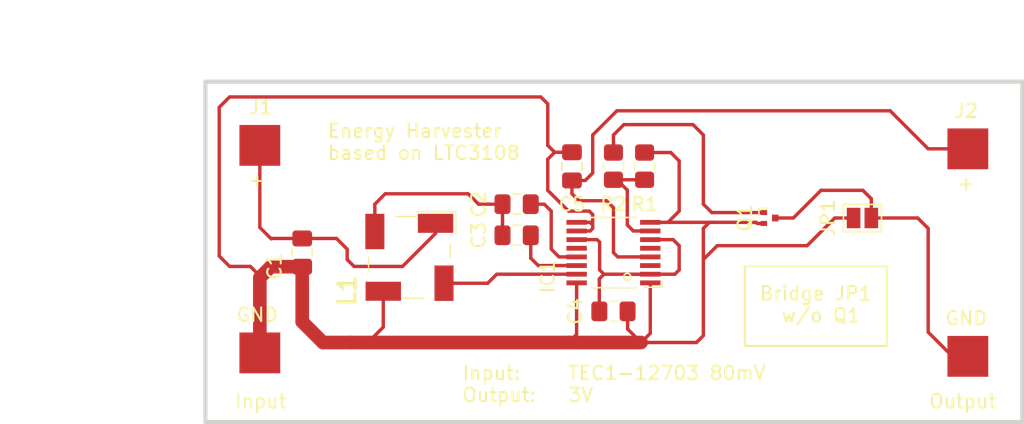
<source format=kicad_pcb>
(kicad_pcb (version 20210824) (generator pcbnew)
  (layers (0 "F.Cu" signal) (31 "B.Cu" signal) (34 "B.Paste" user) (35 "F.Paste" user) (36 "B.SilkS" user "B.Silkscreen") (37 "F.SilkS" user "F.Silkscreen") (38 "B.Mask" user) (39 "F.Mask" user) (44 "Edge.Cuts" user))
  (net 0 "")
  (net 1 "Net-(C1-Pad1)")
  (net 2 "GND")
  (net 3 "/C1")
  (net 4 "/C2")
  (net 5 "/VAUX")
  (net 8 "/PGD")
  (net 10 "/SW")
  (net 11 "Net-(J2-Pad2)")
  (net 12 "Net-(Q1-Pad1)")
  (net 13 "/VOUT")
  (net 14 "Net-(C2-Pad1)")
  (footprint "Capacitor_SMD:C_0805_2012Metric_Pad1.18x1.45mm_HandSolder" (layer "F.Cu") (at 120.904 82.82 90)
    (fp_text reference "C5" (at -2.794 0) (layer "F.SilkS"))
    (fp_text value "5u" hide)
    (fp_line (start -0.261252 0.735) (end 0.261252 0.735) (layer "F.SilkS") (width 0.12))
    (fp_line (start -0.261252 -0.735) (end 0.261252 -0.735) (layer "F.SilkS") (width 0.12))
    (pad "1" smd roundrect locked (at -1.0375 0 90) (size 1.175 1.45) (layers "F.Cu" "F.Paste" "F.Mask") (roundrect_rratio 0.2127659574) (net 13 "/VOUT"))
    (pad "2" smd roundrect locked (at 1.0375 0 90) (size 1.175 1.45) (layers "F.Cu" "F.Paste" "F.Mask") (roundrect_rratio 0.2127659574) (net 2 "GND"))
  )
  (footprint "Capacitor_SMD:C_0805_2012Metric_Pad1.18x1.45mm_HandSolder" (layer "F.Cu") (at 116.84 85.598)
    (fp_text reference "C2" (at -2.794 0 90) (layer "F.SilkS"))
    (fp_text value "1n" hide)
    (fp_line (start -0.261252 -0.735) (end 0.261252 -0.735) (layer "F.SilkS") (width 0.12))
    (fp_line (start -0.261252 0.735) (end 0.261252 0.735) (layer "F.SilkS") (width 0.12))
    (pad "1" smd roundrect locked (at -1.0375 0) (size 1.175 1.45) (layers "F.Cu" "F.Paste" "F.Mask") (roundrect_rratio 0.2127659574) (net 14 "Net-(C2-Pad1)"))
    (pad "2" smd roundrect locked (at 1.0375 0) (size 1.175 1.45) (layers "F.Cu" "F.Paste" "F.Mask") (roundrect_rratio 0.2127659574) (net 3 "/C1"))
  )
  (footprint "Connector_Pad:2-pad" (layer "F.Cu") (at 97.98 88.9 90)
    (fp_text reference "J1" (at 10.414 0.064 unlocked) (layer "F.SilkS"))
    (fp_text value "Conn_01x02_Female" hide)
    (pad "1" smd rect locked (at -7.62 0) (size 3 3) (layers "F.Cu" "F.Paste" "F.Mask") (net 2 "GND"))
    (pad "2" smd rect locked (at 7.62 0 180) (size 3 3) (layers "F.Cu" "F.Paste" "F.Mask") (net 1 "Net-(C1-Pad1)"))
  )
  (footprint "Jumper:SolderJumper-2_P1.3mm_Open_Pad1.0x1.5mm" (layer "F.Cu") (at 142.24 86.614 180)
    (fp_text reference "JP1" (at 2.54 0 90) (layer "F.SilkS"))
    (fp_text value "Jumper_2_Bridged" hide)
    (fp_line (start -1.4 -1) (end 1.4 -1) (layer "F.SilkS") (width 0.12))
    (fp_line (start -1.4 1) (end -1.4 -1) (layer "F.SilkS") (width 0.12))
    (fp_line (start 1.4 1) (end -1.4 1) (layer "F.SilkS") (width 0.12))
    (fp_line (start 1.4 -1) (end 1.4 1) (layer "F.SilkS") (width 0.12))
    (pad "1" smd rect locked (at -0.65 0 180) (size 1 1.5) (layers "F.Cu" "F.Mask") (net 11 "Net-(J2-Pad2)"))
    (pad "2" smd rect locked (at 0.65 0 180) (size 1 1.5) (layers "F.Cu" "F.Mask") (net 2 "GND"))
  )
  (footprint "RUM002N02:SOTFL40P120X55-3N" (layer "F.Cu") (at 135.636 86.614)
    (fp_text reference "Q1" (at -2.032 0 270) (layer "F.SilkS"))
    (fp_text value "RUM002N02T2L" hide)
    (fp_line (start -1 -0.3) (end -1 -0.2) (layer "F.SilkS") (width 0.12))
    (fp_line (start -1 -0.7) (end -0.875 -0.7) (layer "F.SilkS") (width 0.12))
    (fp_line (start -1 -0.7) (end -1 -0.2) (layer "F.SilkS") (width 0.12))
    (fp_line (start -0.875 -0.7) (end -0.4 -0.7) (layer "F.SilkS") (width 0.12))
    (pad "1" smd rect (at -0.638 -0.4) (size 0.475 0.37) (layers "F.Cu" "F.Paste" "F.Mask") (net 12 "Net-(Q1-Pad1)"))
    (pad "2" smd rect (at -0.638 0.4) (size 0.475 0.37) (layers "F.Cu" "F.Paste" "F.Mask") (net 2 "GND"))
    (pad "3" smd rect (at 0.2 0) (size 0.475 0.5) (layers "F.Cu" "F.Paste" "F.Mask") (net 11 "Net-(J2-Pad2)"))
  )
  (footprint "LTC3108:LTC3108EGN-1-PBF" (layer "F.Cu") (at 123.952 89.154 180)
    (fp_text reference "IC1" (at 4.826 -1.778 90) (layer "F.SilkS"))
    (fp_text value "LTC3108EGN-1-PBF" hide)
    (fp_line (start -1.674547 2.5781) (end 1.674547 2.5781) (layer "F.SilkS") (width 0.12))
    (fp_line (start 1.674547 -2.5781) (end -1.674547 -2.5781) (layer "F.SilkS") (width 0.12))
    (fp_line (start -3.556 -2.54) (end -2.286 -2.54) (layer "F.SilkS") (width 0.12))
    (fp_line (start -3.556 -2.54) (end -3.556 -2.286) (layer "F.SilkS") (width 0.12))
    (fp_line (start -3.556 -2.286) (end -3.556 -2.032) (layer "F.SilkS") (width 0.12))
    (fp_circle (center -1.016 -1.778) (end -0.762 -1.778) (layer "F.SilkS") (width 0.12) (fill none))
    (pad "1" smd rect locked (at -2.7051 -2.2225 180) (size 1.4986 0.3556) (layers "F.Cu" "F.Paste" "F.Mask") (net 2 "GND"))
    (pad "2" smd rect locked (at -2.7051 -1.5875 180) (size 1.4986 0.3556) (layers "F.Cu" "F.Paste" "F.Mask") (net 5 "/VAUX"))
    (pad "3" smd rect locked (at -2.7051 -0.9525 180) (size 1.4986 0.3556) (layers "F.Cu" "F.Paste" "F.Mask"))
    (pad "4" smd rect locked (at -2.7051 -0.3175 180) (size 1.4986 0.3556) (layers "F.Cu" "F.Paste" "F.Mask") (net 13 "/VOUT"))
    (pad "5" smd rect locked (at -2.7051 0.3175 180) (size 1.4986 0.3556) (layers "F.Cu" "F.Paste" "F.Mask"))
    (pad "6" smd rect locked (at -2.7051 0.9525 180) (size 1.4986 0.3556) (layers "F.Cu" "F.Paste" "F.Mask") (net 5 "/VAUX"))
    (pad "7" smd rect locked (at -2.7051 1.5875 180) (size 1.4986 0.3556) (layers "F.Cu" "F.Paste" "F.Mask") (net 8 "/PGD"))
    (pad "8" smd rect locked (at -2.7051 2.2225 180) (size 1.4986 0.3556) (layers "F.Cu" "F.Paste" "F.Mask") (net 2 "GND"))
    (pad "9" smd rect locked (at 2.7051 2.2225 180) (size 1.4986 0.3556) (layers "F.Cu" "F.Paste" "F.Mask") (net 2 "GND"))
    (pad "10" smd rect locked (at 2.7051 1.5875 180) (size 1.4986 0.3556) (layers "F.Cu" "F.Paste" "F.Mask") (net 2 "GND"))
    (pad "11" smd rect locked (at 2.7051 0.9525 180) (size 1.4986 0.3556) (layers "F.Cu" "F.Paste" "F.Mask") (net 5 "/VAUX"))
    (pad "12" smd rect locked (at 2.7051 0.3175 180) (size 1.4986 0.3556) (layers "F.Cu" "F.Paste" "F.Mask"))
    (pad "13" smd rect locked (at 2.7051 -0.3175 180) (size 1.4986 0.3556) (layers "F.Cu" "F.Paste" "F.Mask") (net 3 "/C1"))
    (pad "14" smd rect locked (at 2.7051 -0.9525 180) (size 1.4986 0.3556) (layers "F.Cu" "F.Paste" "F.Mask") (net 4 "/C2"))
    (pad "15" smd rect locked (at 2.7051 -1.5875 180) (size 1.4986 0.3556) (layers "F.Cu" "F.Paste" "F.Mask") (net 10 "/SW"))
    (pad "16" smd rect locked (at 2.7051 -2.2225 180) (size 1.4986 0.3556) (layers "F.Cu" "F.Paste" "F.Mask") (net 2 "GND"))
  )
  (footprint "Resistor_SMD:R_0805_2012Metric_Pad1.20x1.40mm_HandSolder" (layer "F.Cu") (at 126.238 82.804 90)
    (fp_text reference "R1" (at -2.794 0) (layer "F.SilkS"))
    (fp_text value "1M" hide)
    (fp_line (start -0.227064 -0.735) (end 0.227064 -0.735) (layer "F.SilkS") (width 0.12))
    (fp_line (start -0.227064 0.735) (end 0.227064 0.735) (layer "F.SilkS") (width 0.12))
    (pad "1" smd roundrect locked (at -1 0 90) (size 1.2 1.4) (layers "F.Cu" "F.Paste" "F.Mask") (roundrect_rratio 0.2083333333) (net 8 "/PGD"))
    (pad "2" smd roundrect locked (at 1 0 90) (size 1.2 1.4) (layers "F.Cu" "F.Paste" "F.Mask") (roundrect_rratio 0.2083333333) (net 2 "GND"))
  )
  (footprint "Resistor_SMD:R_0805_2012Metric_Pad1.20x1.40mm_HandSolder" (layer "F.Cu") (at 123.952 82.804 90)
    (fp_text reference "R2" (at -2.794 0) (layer "F.SilkS"))
    (fp_text value "100" hide)
    (fp_line (start -0.227064 -0.735) (end 0.227064 -0.735) (layer "F.SilkS") (width 0.12))
    (fp_line (start -0.227064 0.735) (end 0.227064 0.735) (layer "F.SilkS") (width 0.12))
    (pad "1" smd roundrect locked (at -1 0 90) (size 1.2 1.4) (layers "F.Cu" "F.Paste" "F.Mask") (roundrect_rratio 0.2083333333) (net 8 "/PGD"))
    (pad "2" smd roundrect locked (at 1 0 90) (size 1.2 1.4) (layers "F.Cu" "F.Paste" "F.Mask") (roundrect_rratio 0.2083333333) (net 12 "Net-(Q1-Pad1)"))
  )
  (footprint "Capacitor_SMD:C_0805_2012Metric_Pad1.18x1.45mm_HandSolder" (layer "F.Cu") (at 116.84 87.884)
    (fp_text reference "C3" (at -2.794 0 90) (layer "F.SilkS"))
    (fp_text value "990p" hide)
    (fp_line (start -0.261252 0.735) (end 0.261252 0.735) (layer "F.SilkS") (width 0.12))
    (fp_line (start -0.261252 -0.735) (end 0.261252 -0.735) (layer "F.SilkS") (width 0.12))
    (pad "1" smd roundrect locked (at -1.0375 0) (size 1.175 1.45) (layers "F.Cu" "F.Paste" "F.Mask") (roundrect_rratio 0.2127659574) (net 14 "Net-(C2-Pad1)"))
    (pad "2" smd roundrect locked (at 1.0375 0) (size 1.175 1.45) (layers "F.Cu" "F.Paste" "F.Mask") (roundrect_rratio 0.2127659574) (net 4 "/C2"))
  )
  (footprint "Capacitor_SMD:C_0805_2012Metric_Pad1.18x1.45mm_HandSolder" (layer "F.Cu") (at 123.952 93.472)
    (fp_text reference "C4" (at -2.794 0 90) (layer "F.SilkS"))
    (fp_text value "1u" hide)
    (fp_line (start -0.261252 -0.735) (end 0.261252 -0.735) (layer "F.SilkS") (width 0.12))
    (fp_line (start -0.261252 0.735) (end 0.261252 0.735) (layer "F.SilkS") (width 0.12))
    (pad "1" smd roundrect locked (at -1.0375 0) (size 1.175 1.45) (layers "F.Cu" "F.Paste" "F.Mask") (roundrect_rratio 0.2127659574) (net 5 "/VAUX"))
    (pad "2" smd roundrect locked (at 1.0375 0) (size 1.175 1.45) (layers "F.Cu" "F.Paste" "F.Mask") (roundrect_rratio 0.2127659574) (net 2 "GND"))
  )
  (footprint "Wuerth_74488540070:74488540070" (layer "F.Cu") (at 108.966 89.154 180)
    (fp_text reference "L1" (at 4.572 -2.794 90) (layer "F.SilkS") (effects (font (size 1.27 1.27) (thickness 0.254))))
    (fp_text value "74488540070" hide)
    (fp_line (start 3 -0.35) (end 3 -1.35) (layer "F.SilkS") (width 0.1))
    (fp_line (start -0.5 2.65) (end 1 2.65) (layer "F.SilkS") (width 0.1))
    (fp_line (start -3 0.65) (end -3 -0.35) (layer "F.SilkS") (width 0.1))
    (fp_line (start -1 -3.35) (end 0.5 -3.35) (layer "F.SilkS") (width 0.1))
    (fp_line (start -3.4 1.4) (end -3.4 3) (layer "F.SilkS") (width 0.12))
    (fp_line (start -3.4 3) (end -0.6 3) (layer "F.SilkS") (width 0.12))
    (pad "1" smd rect locked (at -1.92 2.15 270) (size 1.4 2.6) (layers "F.Cu" "F.Paste" "F.Mask") (net 1 "Net-(C1-Pad1)"))
    (pad "2" smd rect locked (at -2.54 -2.25 180) (size 1.4 2.6) (layers "F.Cu" "F.Paste" "F.Mask") (net 10 "/SW"))
    (pad "3" smd rect locked (at 1.92 -2.84 270) (size 1.4 2.6) (layers "F.Cu" "F.Paste" "F.Mask") (net 2 "GND"))
    (pad "4" smd rect locked (at 2.54 1.55 180) (size 1.4 2.6) (layers "F.Cu" "F.Paste" "F.Mask") (net 14 "Net-(C2-Pad1)"))
  )
  (footprint "Connector_Pad:2-pad" (layer "F.Cu") (at 149.98 89.154 -90)
    (fp_text reference "J2" (at -10.414 0.12 unlocked) (layer "F.SilkS"))
    (fp_text value "Conn_01x02_Female" hide)
    (pad "1" smd rect (at -7.62 0 270) (size 3 3) (layers "F.Cu" "F.Paste" "F.Mask") (net 13 "/VOUT"))
    (pad "2" smd rect (at 7.62 0 270) (size 3 3) (layers "F.Cu" "F.Paste" "F.Mask") (net 11 "Net-(J2-Pad2)"))
  )
  (footprint "Capacitor_SMD:C_0805_2012Metric_Pad1.18x1.45mm_HandSolder" (layer "F.Cu") (at 101.092 89.154 -90)
    (fp_text reference "C1" (at 1.016 2.032 -90) (layer "F.SilkS"))
    (fp_text value "10u" hide)
    (fp_line (start -0.261252 -0.735) (end 0.261252 -0.735) (layer "F.SilkS") (width 0.12))
    (fp_line (start -0.261252 0.735) (end 0.261252 0.735) (layer "F.SilkS") (width 0.12))
    (pad "1" smd roundrect locked (at -1.0375 0 270) (size 1.175 1.45) (layers "F.Cu" "F.Paste" "F.Mask") (roundrect_rratio 0.2127659574) (net 1 "Net-(C1-Pad1)"))
    (pad "2" smd roundrect locked (at 1.0375 0 270) (size 1.175 1.45) (layers "F.Cu" "F.Paste" "F.Mask") (roundrect_rratio 0.2127659574) (net 2 "GND"))
  )
  (gr_rect (start 133.604 90.17) (end 144.018 96.012) (layer "F.SilkS") (width 0.15) (fill none))
  (gr_line locked (start 153.98 101.6) (end 93.98 101.6) (layer "Edge.Cuts") (width 0.3))
  (gr_line locked (start 93.98 76.6) (end 153.98 76.6) (layer "Edge.Cuts") (width 0.3))
  (gr_line locked (start 153.98 76.6) (end 153.98 101.6) (layer "Edge.Cuts") (width 0.3))
  (gr_line locked (start 93.98 101.6) (end 93.98 76.6) (layer "Edge.Cuts") (width 0.3))
  (gr_text "Input: 	TEC1-12703 80mV\nOutput:	3V" (at 112.776 98.806) (layer "F.SilkS") (effects (font (size 1 1)) (justify left)))
  (gr_text "Bridge JP1 \nw/o Q1" (at 139.192 92.964) (layer "F.SilkS") (effects (font (size 1 1))))
  (gr_text "Output" (at 149.606 100.076) (layer "F.SilkS") (effects (font (size 1 1))))
  (gr_text "+" (at 149.86 84.074) (layer "F.SilkS") (effects (font (size 1 1))))
  (gr_text "+" (at 97.79 83.82) (layer "F.SilkS") (effects (font (size 1 1))))
  (gr_text "Energy Harvester \nbased on LTC3108" (at 102.87 81.026) (layer "F.SilkS") (effects (font (size 1 1)) (justify left)))
  (gr_text "GND" (at 149.86 93.98) (layer "F.SilkS") (effects (font (size 1 1))))
  (gr_text "Input" (at 98.044 100.076) (layer "F.SilkS") (effects (font (size 1 1))))
  (gr_text "GND" (at 97.79 93.726) (layer "F.SilkS") (effects (font (size 1 1))))
  (segment (start 101.092 88.1165) (end 103.6105 88.1165) (width 0.25) (layer "F.Cu") (net 1))
  (segment (start 98.806 88.138) (end 98.8275 88.1165) (width 0.25) (layer "F.Cu") (net 1))
  (segment (start 97.98 87.312) (end 98.806 88.138) (width 0.25) (layer "F.Cu") (net 1))
  (segment (start 103.6105 88.1165) (end 104.394 88.9) (width 0.25) (layer "F.Cu") (net 1))
  (segment (start 104.394 88.9) (end 104.394 89.662) (width 0.25) (layer "F.Cu") (net 1))
  (segment (start 98.8275 88.1165) (end 101.092 88.1165) (width 0.25) (layer "F.Cu") (net 1))
  (segment (start 110.886 87.742) (end 110.886 87.004) (width 0.25) (layer "F.Cu") (net 1))
  (segment (start 97.98 81.28) (end 97.98 87.312) (width 0.25) (layer "F.Cu") (net 1))
  (segment (start 108.458 90.17) (end 110.886 87.742) (width 0.25) (layer "F.Cu") (net 1))
  (segment (start 104.902 90.17) (end 108.458 90.17) (width 0.25) (layer "F.Cu") (net 1))
  (segment (start 104.394 89.662) (end 104.902 90.17) (width 0.25) (layer "F.Cu") (net 1))
  (segment (start 122.428 87.122) (end 122.428 87.376) (width 0.25) (layer "F.Cu") (net 2))
  (segment (start 134.4295 86.9315) (end 134.512 87.014) (width 0.25) (layer "F.Cu") (net 2))
  (segment (start 119.6395 81.7825) (end 120.904 81.7825) (width 0.25) (layer "F.Cu") (net 2))
  (segment (start 119.126 78.232) (end 118.618 77.724) (width 0.25) (layer "F.Cu") (net 2))
  (segment (start 107.046 94.63) (end 105.918 95.758) (width 0.25) (layer "F.Cu") (net 2))
  (segment (start 122.428 86.36) (end 122.174 86.106) (width 0.25) (layer "F.Cu") (net 2))
  (segment (start 95.758 77.724) (end 94.996 78.486) (width 0.25) (layer "F.Cu") (net 2))
  (segment (start 94.996 78.486) (end 94.996 89.408) (width 0.25) (layer "F.Cu") (net 2))
  (segment (start 130.556 89.662) (end 131.572 88.646) (width 0.25) (layer "F.Cu") (net 2))
  (segment (start 122.428 87.376) (end 122.2375 87.5665) (width 0.25) (layer "F.Cu") (net 2))
  (segment (start 130.048 95.758) (end 130.556 95.25) (width 0.25) (layer "F.Cu") (net 2))
  (segment (start 138.176 88.646) (end 140.208 86.614) (width 0.25) (layer "F.Cu") (net 2))
  (segment (start 102.616 95.758) (end 101.092 94.234) (width 1) (layer "F.Cu") (net 2))
  (segment (start 121.2469 91.3765) (end 121.2469 95.1611) (width 0.25) (layer "F.Cu") (net 2))
  (segment (start 125.984 95.758) (end 130.048 95.758) (width 0.25) (layer "F.Cu") (net 2))
  (segment (start 120.65 95.758) (end 104.648 95.758) (width 1) (layer "F.Cu") (net 2))
  (segment (start 97.98 96.52) (end 97.98 90.996) (width 1) (layer "F.Cu") (net 2))
  (segment (start 122.2375 86.9315) (end 122.428 87.122) (width 0.25) (layer "F.Cu") (net 2))
  (segment (start 126.492 81.804) (end 126.206 81.804) (width 0.25) (layer "F.Cu") (net 2))
  (segment (start 122.428 87.122) (end 122.428 86.36) (width 0.25) (layer "F.Cu") (net 2))
  (segment (start 105.918 95.758) (end 104.648 95.758) (width 0.25) (layer "F.Cu") (net 2))
  (segment (start 119.6285 81.7825) (end 119.126 81.28) (width 0.25) (layer "F.Cu") (net 2))
  (segment (start 121.2469 95.1611) (end 120.65 95.758) (width 0.25) (layer "F.Cu") (net 2))
  (segment (start 131.2545 86.9315) (end 134.4295 86.9315) (width 0.25) (layer "F.Cu") (net 2))
  (segment (start 121.2469 86.9315) (end 122.2375 86.9315) (width 0.25) (layer "F.Cu") (net 2))
  (segment (start 107.046 91.994) (end 107.046 94.63) (width 0.25) (layer "F.Cu") (net 2))
  (segment (start 101.092 94.234) (end 101.092 90.1915) (width 1) (layer "F.Cu") (net 2))
  (segment (start 140.208 86.614) (end 141.59 86.614) (width 0.25) (layer "F.Cu") (net 2))
  (segment (start 126.6571 86.9315) (end 127.9525 86.9315) (width 0.25) (layer "F.Cu") (net 2))
  (segment (start 124.9895 93.472) (end 124.9895 94.7635) (width 0.25) (layer "F.Cu") (net 2))
  (segment (start 130.556 87.376) (end 131.0005 86.9315) (width 0.25) (layer "F.Cu") (net 2))
  (segment (start 120.65 95.758) (end 125.984 95.758) (width 1) (layer "F.Cu") (net 2))
  (segment (start 120.904 81.7825) (end 119.6285 81.7825) (width 0.25) (layer "F.Cu") (net 2))
  (segment (start 128.159 81.804) (end 128.778 82.423) (width 0.25) (layer "F.Cu") (net 2))
  (segment (start 126.6571 91.3765) (end 126.6571 95.0849) (width 0.25) (layer "F.Cu") (net 2))
  (segment (start 126.238 81.804) (end 128.159 81.804) (width 0.25) (layer "F.Cu") (net 2))
  (segment (start 97.98 90.996) (end 98.7845 90.1915) (width 1) (layer "F.Cu") (net 2))
  (segment (start 94.996 89.408) (end 95.758 90.17) (width 0.25) (layer "F.Cu") (net 2))
  (segment (start 104.648 95.758) (end 102.616 95.758) (width 1) (layer "F.Cu") (net 2))
  (segment (start 124.9895 94.7635) (end 125.984 95.758) (width 0.25) (layer "F.Cu") (net 2))
  (segment (start 119.126 82.296) (end 119.6395 81.7825) (width 0.25) (layer "F.Cu") (net 2))
  (segment (start 119.126 84.582) (end 119.126 82.296) (width 0.25) (layer "F.Cu") (net 2))
  (segment (start 119.126 81.28) (end 119.126 78.232) (width 0.25) (layer "F.Cu") (net 2))
  (segment (start 127.9525 86.9315) (end 131.2545 86.9315) (width 0.25) (layer "F.Cu") (net 2))
  (segment (start 97.98 90.868) (end 97.98 90.996) (width 0.25) (layer "F.Cu") (net 2))
  (segment (start 131.572 88.646) (end 138.176 88.646) (width 0.25) (layer "F.Cu") (net 2))
  (segment (start 98.7845 90.1915) (end 101.092 90.1915) (width 1) (layer "F.Cu") (net 2))
  (segment (start 122.174 86.106) (end 120.65 86.106) (width 0.25) (layer "F.Cu") (net 2))
  (segment (start 120.65 86.106) (end 119.126 84.582) (width 0.25) (layer "F.Cu") (net 2))
  (segment (start 126.6571 95.0849) (end 125.984 95.758) (width 0.25) (layer "F.Cu") (net 2))
  (segment (start 130.556 89.662) (end 130.556 87.376) (width 0.25) (layer "F.Cu") (net 2))
  (segment (start 128.778 82.423) (end 128.778 86.106) (width 0.25) (layer "F.Cu") (net 2))
  (segment (start 131.0005 86.9315) (end 131.2545 86.9315) (width 0.25) (layer "F.Cu") (net 2))
  (segment (start 130.556 95.25) (end 130.556 89.662) (width 0.25) (layer "F.Cu") (net 2))
  (segment (start 128.778 86.106) (end 127.9525 86.9315) (width 0.25) (layer "F.Cu") (net 2))
  (segment (start 95.758 90.17) (end 97.282 90.17) (width 0.25) (layer "F.Cu") (net 2))
  (segment (start 122.2375 87.5665) (end 121.2469 87.5665) (width 0.25) (layer "F.Cu") (net 2))
  (segment (start 118.618 77.724) (end 95.758 77.724) (width 0.25) (layer "F.Cu") (net 2))
  (segment (start 97.282 90.17) (end 97.98 90.868) (width 0.25) (layer "F.Cu") (net 2))
  (segment (start 134.512 87.014) (end 134.998 87.014) (width 0.25) (layer "F.Cu") (net 2))
  (segment (start 119.38 88.9) (end 119.9515 89.4715) (width 0.25) (layer "F.Cu") (net 3))
  (segment (start 119.9515 89.4715) (end 121.2469 89.4715) (width 0.25) (layer "F.Cu") (net 3))
  (segment (start 118.872 85.598) (end 119.38 86.106) (width 0.25) (layer "F.Cu") (net 3))
  (segment (start 117.8775 85.598) (end 118.872 85.598) (width 0.25) (layer "F.Cu") (net 3))
  (segment (start 119.38 86.106) (end 119.38 88.9) (width 0.25) (layer "F.Cu") (net 3))
  (segment (start 118.4275 90.1065) (end 121.2469 90.1065) (width 0.25) (layer "F.Cu") (net 4))
  (segment (start 117.8775 87.884) (end 117.8775 89.5565) (width 0.25) (layer "F.Cu") (net 4))
  (segment (start 117.8775 89.5565) (end 118.4275 90.1065) (width 0.25) (layer "F.Cu") (net 4))
  (segment (start 126.6571 90.7415) (end 123.2535 90.7415) (width 0.25) (layer "F.Cu") (net 5))
  (segment (start 128.778 88.646) (end 128.778 90.424) (width 0.25) (layer "F.Cu") (net 5))
  (segment (start 122.7455 88.2015) (end 121.2469 88.2015) (width 0.25) (layer "F.Cu") (net 5))
  (segment (start 126.6571 90.7415) (end 124.7775 90.7415) (width 0.25) (layer "F.Cu") (net 5))
  (segment (start 128.3335 88.2015) (end 128.778 88.646) (width 0.25) (layer "F.Cu") (net 5))
  (segment (start 128.778 90.424) (end 128.4605 90.7415) (width 0.25) (layer "F.Cu") (net 5))
  (segment (start 122.936 88.392) (end 122.7455 88.2015) (width 0.25) (layer "F.Cu") (net 5))
  (segment (start 122.9145 91.0805) (end 123.2535 90.7415) (width 0.25) (layer "F.Cu") (net 5))
  (segment (start 122.936 90.424) (end 122.936 88.392) (width 0.25) (layer "F.Cu") (net 5))
  (segment (start 126.6571 88.2015) (end 128.3335 88.2015) (width 0.25) (layer "F.Cu") (net 5))
  (segment (start 128.4605 90.7415) (end 126.6571 90.7415) (width 0.25) (layer "F.Cu") (net 5))
  (segment (start 122.9145 93.472) (end 122.9145 91.0805) (width 0.25) (layer "F.Cu") (net 5))
  (segment (start 123.2535 90.7415) (end 122.936 90.424) (width 0.25) (layer "F.Cu") (net 5))
  (segment (start 124.968 87.122) (end 124.968 84.566) (width 0.25) (layer "F.Cu") (net 8))
  (segment (start 126.6571 87.5665) (end 125.4125 87.5665) (width 0.25) (layer "F.Cu") (net 8))
  (segment (start 124.206 83.804) (end 126.492 83.804) (width 0.25) (layer "F.Cu") (net 8))
  (segment (start 124.968 84.566) (end 124.206 83.804) (width 0.25) (layer "F.Cu") (net 8))
  (segment (start 125.4125 87.5665) (end 124.968 87.122) (width 0.25) (layer "F.Cu") (net 8))
  (segment (start 111.506 91.404) (end 114.717 91.404) (width 0.25) (layer "F.Cu") (net 10))
  (segment (start 115.3795 90.7415) (end 121.2469 90.7415) (width 0.25) (layer "F.Cu") (net 10))
  (segment (start 114.717 91.404) (end 115.3795 90.7415) (width 0.25) (layer "F.Cu") (net 10))
  (segment (start 148.844 96.774) (end 149.98 96.774) (width 0.25) (layer "F.Cu") (net 11))
  (segment (start 147.066 87.376) (end 147.066 94.996) (width 0.25) (layer "F.Cu") (net 11))
  (segment (start 142.89 86.614) (end 146.304 86.614) (width 0.25) (layer "F.Cu") (net 11))
  (segment (start 146.304 86.614) (end 147.066 87.376) (width 0.25) (layer "F.Cu") (net 11))
  (segment (start 137.16 86.614) (end 135.836 86.614) (width 0.25) (layer "F.Cu") (net 11))
  (segment (start 139.192 84.582) (end 137.16 86.614) (width 0.25) (layer "F.Cu") (net 11))
  (segment (start 142.89 86.614) (end 142.89 85.202) (width 0.25) (layer "F.Cu") (net 11))
  (segment (start 142.27 84.582) (end 139.192 84.582) (width 0.25) (layer "F.Cu") (net 11))
  (segment (start 147.066 94.996) (end 148.844 96.774) (width 0.25) (layer "F.Cu") (net 11))
  (segment (start 142.89 85.202) (end 142.27 84.582) (width 0.25) (layer "F.Cu") (net 11))
  (segment (start 124.714 79.756) (end 129.794 79.756) (width 0.25) (layer "F.Cu") (net 12))
  (segment (start 123.952 81.804) (end 123.952 80.518) (width 0.25) (layer "F.Cu") (net 12))
  (segment (start 129.794 79.756) (end 130.556 80.518) (width 0.25) (layer "F.Cu") (net 12))
  (segment (start 131.172 86.214) (end 134.998 86.214) (width 0.25) (layer "F.Cu") (net 12))
  (segment (start 130.556 80.518) (end 130.556 85.598) (width 0.25) (layer "F.Cu") (net 12))
  (segment (start 130.556 85.598) (end 131.172 86.214) (width 0.25) (layer "F.Cu") (net 12))
  (segment (start 123.952 80.518) (end 124.714 79.756) (width 0.25) (layer "F.Cu") (net 12))
  (segment (start 123.952 89.154) (end 123.952 85.852) (width 0.25) (layer "F.Cu") (net 13))
  (segment (start 120.904 83.8575) (end 121.8825 83.8575) (width 0.25) (layer "F.Cu") (net 13))
  (segment (start 123.952 85.852) (end 123.444 85.344) (width 0.25) (layer "F.Cu") (net 13))
  (segment (start 124.2695 89.4715) (end 123.952 89.154) (width 0.25) (layer "F.Cu") (net 13))
  (segment (start 121.8825 83.8575) (end 122.428 83.312) (width 0.25) (layer "F.Cu") (net 13))
  (segment (start 122.428 83.312) (end 122.428 80.518) (width 0.25) (layer "F.Cu") (net 13))
  (segment (start 120.904 84.836) (end 120.904 83.8575) (width 0.25) (layer "F.Cu") (net 13))
  (segment (start 123.444 85.344) (end 121.412 85.344) (width 0.25) (layer "F.Cu") (net 13))
  (segment (start 121.412 85.344) (end 120.904 84.836) (width 0.25) (layer "F.Cu") (net 13))
  (segment (start 144.272 78.74) (end 147.066 81.534) (width 0.25) (layer "F.Cu") (net 13))
  (segment (start 122.428 80.518) (end 124.206 78.74) (width 0.25) (layer "F.Cu") (net 13))
  (segment (start 126.6571 89.4715) (end 124.2695 89.4715) (width 0.25) (layer "F.Cu") (net 13))
  (segment (start 147.066 81.534) (end 149.98 81.534) (width 0.25) (layer "F.Cu") (net 13))
  (segment (start 124.206 78.74) (end 144.272 78.74) (width 0.25) (layer "F.Cu") (net 13))
  (segment (start 115.8025 87.884) (end 115.8025 85.598) (width 0.25) (layer "F.Cu") (net 14))
  (segment (start 113.284 84.836) (end 107.188 84.836) (width 0.25) (layer "F.Cu") (net 14))
  (segment (start 114.046 85.598) (end 113.284 84.836) (width 0.25) (layer "F.Cu") (net 14))
  (segment (start 107.188 84.836) (end 106.426 85.598) (width 0.25) (layer "F.Cu") (net 14))
  (segment (start 106.426 85.598) (end 106.426 87.604) (width 0.25) (layer "F.Cu") (net 14))
  (segment (start 115.8025 85.598) (end 114.046 85.598) (width 0.25) (layer "F.Cu") (net 14))
)
</source>
